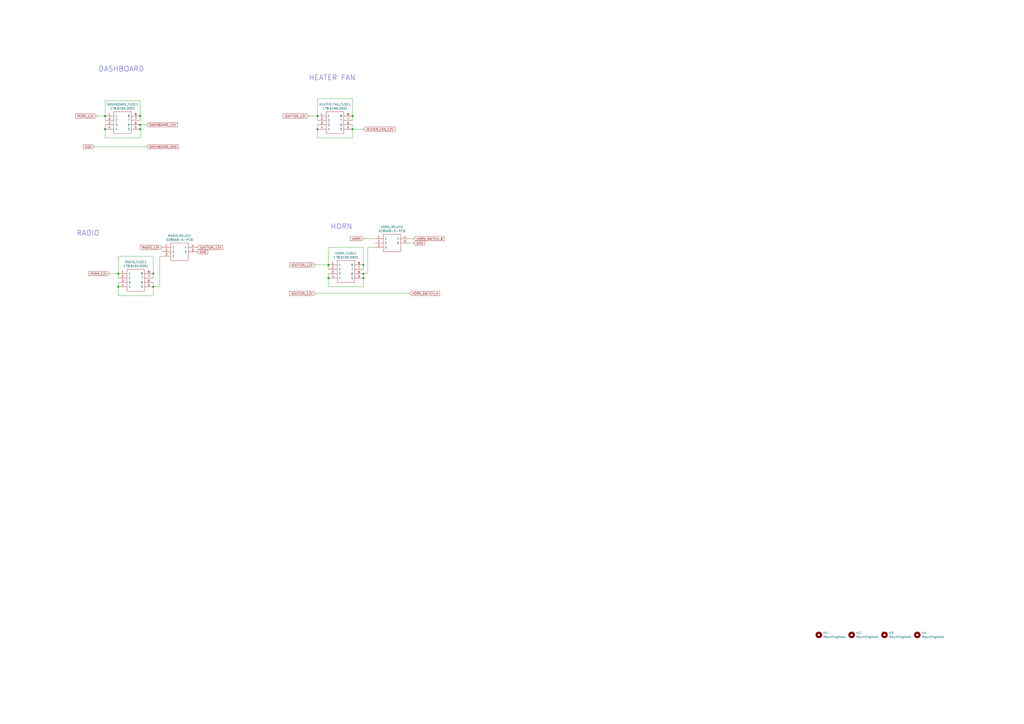
<source format=kicad_sch>
(kicad_sch (version 20211123) (generator eeschema)
  (paper "A2")
  (lib_symbols
    (symbol "Connector:178.6165.0001" (pin_names (offset 0.762))
      (property "Reference" "U" (at 16.51 7.62 0))
      (property "Value" "Connector_178.6165.0001" (at 16.51 5.08 0))
      (symbol "178.6165.0001_0_0"
        (pin passive line (at 0 0 0) (length 5.08) (name "1") (number "1"))
        (pin passive line (at 0 -2.54 0) (length 5.08) (name "2") (number "2"))
        (pin passive line (at 0 -5.08 0) (length 5.08) (name "3") (number "3"))
        (pin passive line (at 0 -7.62 0) (length 5.08) (name "4") (number "4"))
        (pin passive line (at 20.32 -7.62 180) (length 5.08) (name "5") (number "5"))
        (pin passive line (at 20.32 -5.08 180) (length 5.08) (name "6") (number "6"))
        (pin passive line (at 20.32 -2.54 180) (length 5.08) (name "7") (number "7"))
        (pin passive line (at 20.32 0 180) (length 5.08) (name "8") (number "8"))
      )
      (symbol "178.6165.0001_0_1"
        (polyline (pts (xy 5.08 2.54) (xy 15.24 2.54) (xy 15.24 -10.16) (xy 5.08 -10.16) (xy 5.08 2.54)) (stroke (width 0.1524)))
      )
    )
    (symbol "DZ85AB-5-PCB:DZ85AB-5-PCB" (pin_names (offset 0.762))
      (property "Reference" "J" (at 16.51 7.62 0))
      (property "Value" "DZ85AB-5-PCB_DZ85AB-5-PCB" (at 16.51 5.08 0))
      (symbol "DZ85AB-5-PCB_0_0"
        (pin passive line (at 0 0 0) (length 5.08) (name "1") (number "1"))
        (pin passive line (at 0 -2.54 0) (length 5.08) (name "2") (number "2"))
        (pin passive line (at 0 -5.08 0) (length 5.08) (name "3") (number "3"))
        (pin passive line (at 20.32 0 180) (length 5.08) (name "4") (number "4"))
        (pin passive line (at 20.32 -2.54 180) (length 5.08) (name "5") (number "5"))
      )
      (symbol "DZ85AB-5-PCB_0_1"
        (polyline (pts (xy 5.08 2.54) (xy 15.24 2.54) (xy 15.24 -7.62) (xy 5.08 -7.62) (xy 5.08 2.54)) (stroke (width 0.1524)))
      )
    )
    (symbol "Mechanical:MountingHole" (pin_names (offset 1.016))
      (property "Reference" "H" (at 0 5.08 0))
      (property "Value" "MountingHole" (at 0 3.175 0))
      (symbol "MountingHole_0_1"
        (circle (center 0 0) (radius 1.27) (stroke (width 1.27)))
      )
    )
  )
  (junction (at 88.9 158.75))
  (junction (at 81.28 74.93))
  (junction (at 184.15 67.31))
  (junction (at 190.5 153.67))
  (junction (at 81.28 72.39))
  (junction (at 204.47 67.31))
  (junction (at 60.96 67.31))
  (junction (at 190.5 161.29))
  (junction (at 68.58 158.75))
  (junction (at 68.58 166.37))
  (junction (at 210.82 153.67))
  (junction (at 88.9 166.37))
  (junction (at 204.47 74.93))
  (junction (at 184.15 74.93))
  (junction (at 210.82 161.29))
  (junction (at 60.96 74.93))
  (junction (at 81.28 67.31))
  (junction (at 210.82 158.75))
  (wire (pts (xy 237.49 138.43) (xy 240.03 138.43)))
  (wire (pts (xy 85.09 85.09) (xy 54.61 85.09)))
  (wire (pts (xy 63.5 158.75) (xy 68.58 158.75)))
  (wire (pts (xy 88.9 166.37) (xy 92.71 166.37)))
  (wire (pts (xy 190.5 161.29) (xy 190.5 166.37)))
  (wire (pts (xy 60.96 72.39) (xy 60.96 74.93)))
  (wire (pts (xy 60.96 80.01) (xy 81.28 80.01)))
  (wire (pts (xy 60.96 74.93) (xy 60.96 80.01)))
  (wire (pts (xy 184.15 69.85) (xy 184.15 67.31)))
  (wire (pts (xy 210.82 166.37) (xy 210.82 161.29)))
  (wire (pts (xy 60.96 58.42) (xy 81.28 58.42)))
  (wire (pts (xy 55.88 67.31) (xy 60.96 67.31)))
  (wire (pts (xy 88.9 171.45) (xy 88.9 166.37)))
  (wire (pts (xy 93.98 148.59) (xy 92.71 148.59)))
  (wire (pts (xy 60.96 67.31) (xy 60.96 58.42)))
  (wire (pts (xy 179.07 67.31) (xy 184.15 67.31)))
  (wire (pts (xy 184.15 80.01) (xy 204.47 80.01)))
  (wire (pts (xy 81.28 80.01) (xy 81.28 74.93)))
  (wire (pts (xy 204.47 57.15) (xy 204.47 67.31)))
  (wire (pts (xy 213.36 143.51) (xy 217.17 143.51)))
  (wire (pts (xy 204.47 74.93) (xy 204.47 72.39)))
  (wire (pts (xy 68.58 158.75) (xy 68.58 148.59)))
  (wire (pts (xy 68.58 161.29) (xy 68.58 158.75)))
  (wire (pts (xy 68.58 166.37) (xy 68.58 171.45)))
  (wire (pts (xy 88.9 158.75) (xy 88.9 161.29)))
  (wire (pts (xy 190.5 153.67) (xy 190.5 143.51)))
  (wire (pts (xy 213.36 158.75) (xy 213.36 143.51)))
  (wire (pts (xy 81.28 74.93) (xy 81.28 72.39)))
  (wire (pts (xy 81.28 58.42) (xy 81.28 67.31)))
  (wire (pts (xy 184.15 67.31) (xy 184.15 57.15)))
  (wire (pts (xy 210.82 143.51) (xy 210.82 153.67)))
  (wire (pts (xy 184.15 72.39) (xy 184.15 74.93)))
  (wire (pts (xy 210.82 158.75) (xy 213.36 158.75)))
  (wire (pts (xy 204.47 74.93) (xy 210.82 74.93)))
  (wire (pts (xy 190.5 143.51) (xy 210.82 143.51)))
  (wire (pts (xy 182.88 153.67) (xy 190.5 153.67)))
  (wire (pts (xy 184.15 74.93) (xy 184.15 80.01)))
  (wire (pts (xy 184.15 57.15) (xy 204.47 57.15)))
  (wire (pts (xy 204.47 80.01) (xy 204.47 74.93)))
  (wire (pts (xy 210.82 138.43) (xy 217.17 138.43)))
  (wire (pts (xy 190.5 158.75) (xy 190.5 161.29)))
  (wire (pts (xy 68.58 148.59) (xy 88.9 148.59)))
  (wire (pts (xy 182.88 170.18) (xy 237.49 170.18)))
  (wire (pts (xy 60.96 69.85) (xy 60.96 67.31)))
  (wire (pts (xy 81.28 72.39) (xy 85.09 72.39)))
  (wire (pts (xy 88.9 166.37) (xy 88.9 163.83)))
  (wire (pts (xy 190.5 166.37) (xy 210.82 166.37)))
  (wire (pts (xy 190.5 156.21) (xy 190.5 153.67)))
  (wire (pts (xy 237.49 140.97) (xy 240.03 140.97)))
  (wire (pts (xy 88.9 148.59) (xy 88.9 158.75)))
  (wire (pts (xy 81.28 67.31) (xy 81.28 69.85)))
  (wire (pts (xy 210.82 156.21) (xy 210.82 153.67)))
  (wire (pts (xy 68.58 163.83) (xy 68.58 166.37)))
  (wire (pts (xy 68.58 171.45) (xy 88.9 171.45)))
  (wire (pts (xy 204.47 67.31) (xy 204.47 69.85)))
  (wire (pts (xy 210.82 161.29) (xy 210.82 158.75)))
  (wire (pts (xy 92.71 148.59) (xy 92.71 166.37)))
  (text "DASHBOARD" (at 57.15 41.91 0) (effects (font (size 2.9972 2.9972)) (justify left bottom)))
  (text "HORN" (at 191.77 133.35 0) (effects (font (size 2.9972 2.9972)) (justify left bottom)))
  (text "RADIO" (at 44.45 137.16 0) (effects (font (size 2.9972 2.9972)) (justify left bottom)))
  (text "HEATER FAN" (at 179.07 46.99 0) (effects (font (size 2.9972 2.9972)) (justify left bottom)))
  (global_label "IGNITION_12V" (shape input) (at 182.88 153.67 180) (property "Intersheet References" "${INTERSHEET_REFS}" (effects hide)))
  (global_label "GND" (shape input) (at 240.03 140.97 0) (property "Intersheet References" "${INTERSHEET_REFS}" (effects hide)))
  (global_label "PERM_12V" (shape input) (at 63.5 158.75 180) (property "Intersheet References" "${INTERSHEET_REFS}" (effects hide)))
  (global_label "IGNITION_12V" (shape input) (at 182.88 170.18 180) (property "Intersheet References" "${INTERSHEET_REFS}" (effects hide)))
  (global_label "HEATER_FAN_12V" (shape input) (at 210.82 74.93 0) (property "Intersheet References" "${INTERSHEET_REFS}" (effects hide)))
  (global_label "RADIO_12V" (shape input) (at 93.98 143.51 180) (property "Intersheet References" "${INTERSHEET_REFS}" (effects hide)))
  (global_label "PERM_12V" (shape input) (at 55.88 67.31 180) (property "Intersheet References" "${INTERSHEET_REFS}" (effects hide)))
  (global_label "HORN" (shape input) (at 210.82 138.43 180) (property "Intersheet References" "${INTERSHEET_REFS}" (effects hide)))
  (global_label "DASHBOARD_12V" (shape input) (at 85.09 72.39 0) (property "Intersheet References" "${INTERSHEET_REFS}" (effects hide)))
  (global_label "DASHBOARD_GND" (shape input) (at 85.09 85.09 0) (property "Intersheet References" "${INTERSHEET_REFS}" (effects hide)))
  (global_label "GND" (shape input) (at 54.61 85.09 180) (property "Intersheet References" "${INTERSHEET_REFS}" (effects hide)))
  (global_label "IGNITION_12V" (shape input) (at 179.07 67.31 180) (property "Intersheet References" "${INTERSHEET_REFS}" (effects hide)))
  (global_label "GND" (shape input) (at 114.3 146.05 0) (property "Intersheet References" "${INTERSHEET_REFS}" (effects hide)))
  (global_label "HORN_SWITCH_B" (shape input) (at 240.03 138.43 0) (property "Intersheet References" "${INTERSHEET_REFS}" (effects hide)))
  (global_label "IGNITION_12V" (shape input) (at 114.3 143.51 0) (property "Intersheet References" "${INTERSHEET_REFS}" (effects hide)))
  (global_label "HORN_SWITCH_A" (shape input) (at 237.49 170.18 0) (property "Intersheet References" "${INTERSHEET_REFS}" (effects hide)))
  (symbol (lib_id "Connector:178.6165.0001") (at 68.58 158.75 0) (unit 1)
    (property "Reference" "RADIO_FUSE1" (at 78.74 152.019 0))
    (property "Value" "178.6165.0001" (at 78.74 154.3304 0))
    (property "Footprint" "Socket:17861650001" (effects hide))
    (property "Datasheet" "https://www.mouser.com/datasheet/2/240/Littelfuse-Fuse-Holder-ATO-FLR-pcb-Datasheet-1317199.pdf" (effects hide))
    (property "Description" "FLR PCB FUSE HOLDER FOR ATO STYLE BLADE FUSE RATED 58V" (effects hide))
    (property "Height" "17.5" (effects hide))
    (property "Manufacturer_Name" "LITTELFUSE" (effects hide))
    (property "Manufacturer_Part_Number" "178.6165.0001" (effects hide))
    (property "Mouser Part Number" "576-178.6165.0001" (effects hide))
    (property "Mouser Price/Stock" "https://www.mouser.co.uk/ProductDetail/Littelfuse/17861650001?qs=CSLd874fYV1KI1oBGU5EQg%3D%3D" (effects hide))
    (property "Arrow Part Number" "178.6165.0001" (effects hide))
    (property "Arrow Price/Stock" "https://www.arrow.com/en/products/178.6165.0001/littelfuse" (effects hide))
  )
  (symbol (lib_id "Connector:178.6165.0001") (at 60.96 67.31 0) (unit 1)
    (property "Reference" "DASHBOARD_FUSE1" (at 71.12 60.579 0))
    (property "Value" "178.6165.0001" (at 71.12 62.8904 0))
    (property "Footprint" "Socket:17861650001" (effects hide))
    (property "Datasheet" "https://www.mouser.com/datasheet/2/240/Littelfuse-Fuse-Holder-ATO-FLR-pcb-Datasheet-1317199.pdf" (effects hide))
    (property "Description" "FLR PCB FUSE HOLDER FOR ATO STYLE BLADE FUSE RATED 58V" (effects hide))
    (property "Height" "17.5" (effects hide))
    (property "Manufacturer_Name" "LITTELFUSE" (effects hide))
    (property "Manufacturer_Part_Number" "178.6165.0001" (effects hide))
    (property "Mouser Part Number" "576-178.6165.0001" (effects hide))
    (property "Mouser Price/Stock" "https://www.mouser.co.uk/ProductDetail/Littelfuse/17861650001?qs=CSLd874fYV1KI1oBGU5EQg%3D%3D" (effects hide))
    (property "Arrow Part Number" "178.6165.0001" (effects hide))
    (property "Arrow Price/Stock" "https://www.arrow.com/en/products/178.6165.0001/littelfuse" (effects hide))
  )
  (symbol (lib_id "Connector:178.6165.0001") (at 190.5 153.67 0) (unit 1)
    (property "Reference" "HORN_FUSE1" (at 200.66 146.939 0))
    (property "Value" "178.6165.0001" (at 200.66 149.2504 0))
    (property "Footprint" "Socket:17861650001" (effects hide))
    (property "Datasheet" "https://www.mouser.com/datasheet/2/240/Littelfuse-Fuse-Holder-ATO-FLR-pcb-Datasheet-1317199.pdf" (effects hide))
    (property "Description" "FLR PCB FUSE HOLDER FOR ATO STYLE BLADE FUSE RATED 58V" (effects hide))
    (property "Height" "17.5" (effects hide))
    (property "Manufacturer_Name" "LITTELFUSE" (effects hide))
    (property "Manufacturer_Part_Number" "178.6165.0001" (effects hide))
    (property "Mouser Part Number" "576-178.6165.0001" (effects hide))
    (property "Mouser Price/Stock" "https://www.mouser.co.uk/ProductDetail/Littelfuse/17861650001?qs=CSLd874fYV1KI1oBGU5EQg%3D%3D" (effects hide))
    (property "Arrow Part Number" "178.6165.0001" (effects hide))
    (property "Arrow Price/Stock" "https://www.arrow.com/en/products/178.6165.0001/littelfuse" (effects hide))
  )
  (symbol (lib_id "DZ85AB-5-PCB:DZ85AB-5-PCB") (at 217.17 138.43 0) (unit 1)
    (property "Reference" "HORN_RELAY1" (at 227.33 131.699 0))
    (property "Value" "DZ85AB-5-PCB" (at 227.33 134.0104 0))
    (property "Footprint" "Socket:DZ85AB5PCB" (effects hide))
    (property "Datasheet" "https://componentsearchengine.com/Datasheets/2/DZ85AB-5-PCB.pdf" (effects hide))
    (property "Description" "Durakool 1 Pin Relay Socket, Plug In for use with Various Series" (effects hide))
    (property "Height" "14.5" (effects hide))
    (property "Manufacturer_Name" "DURAKOOL" (effects hide))
    (property "Manufacturer_Part_Number" "DZ85AB-5-PCB" (effects hide))
  )
  (symbol (lib_id "Connector:178.6165.0001") (at 184.15 67.31 0) (unit 1)
    (property "Reference" "HEATER_FAN_FUSE1" (at 194.31 60.579 0))
    (property "Value" "178.6165.0001" (at 194.31 62.8904 0))
    (property "Footprint" "Socket:17861650001" (effects hide))
    (property "Datasheet" "https://www.mouser.com/datasheet/2/240/Littelfuse-Fuse-Holder-ATO-FLR-pcb-Datasheet-1317199.pdf" (effects hide))
    (property "Description" "FLR PCB FUSE HOLDER FOR ATO STYLE BLADE FUSE RATED 58V" (effects hide))
    (property "Height" "17.5" (effects hide))
    (property "Manufacturer_Name" "LITTELFUSE" (effects hide))
    (property "Manufacturer_Part_Number" "178.6165.0001" (effects hide))
    (property "Mouser Part Number" "576-178.6165.0001" (effects hide))
    (property "Mouser Price/Stock" "https://www.mouser.co.uk/ProductDetail/Littelfuse/17861650001?qs=CSLd874fYV1KI1oBGU5EQg%3D%3D" (effects hide))
    (property "Arrow Part Number" "178.6165.0001" (effects hide))
    (property "Arrow Price/Stock" "https://www.arrow.com/en/products/178.6165.0001/littelfuse" (effects hide))
  )
  (symbol (lib_id "Mechanical:MountingHole") (at 474.98 368.3 0) (unit 1)
    (property "Reference" "H1" (at 477.52 367.1316 0) (effects (justify left)))
    (property "Value" "MountingHole" (at 477.52 369.443 0) (effects (justify left)))
    (property "Footprint" "MountingHole:MountingHole_3mm" (effects hide))
  )
  (symbol (lib_id "Mechanical:MountingHole") (at 494.03 368.3 0) (unit 1)
    (property "Reference" "H2" (at 496.57 367.1316 0) (effects (justify left)))
    (property "Value" "MountingHole" (at 496.57 369.443 0) (effects (justify left)))
    (property "Footprint" "MountingHole:MountingHole_3mm" (effects hide))
  )
  (symbol (lib_id "Mechanical:MountingHole") (at 532.13 368.3 0) (unit 1)
    (property "Reference" "H4" (at 534.67 367.1316 0) (effects (justify left)))
    (property "Value" "MountingHole" (at 534.67 369.443 0) (effects (justify left)))
    (property "Footprint" "MountingHole:MountingHole_3mm" (effects hide))
  )
  (symbol (lib_id "Mechanical:MountingHole") (at 513.08 368.3 0) (unit 1)
    (property "Reference" "H3" (at 515.62 367.1316 0) (effects (justify left)))
    (property "Value" "MountingHole" (at 515.62 369.443 0) (effects (justify left)))
    (property "Footprint" "MountingHole:MountingHole_3mm" (effects hide))
  )
  (symbol (lib_id "DZ85AB-5-PCB:DZ85AB-5-PCB") (at 93.98 143.51 0) (unit 1)
    (property "Reference" "RADIO_RELAY1" (at 104.14 136.779 0))
    (property "Value" "DZ85AB-5-PCB" (at 104.14 139.0904 0))
    (property "Footprint" "Socket:DZ85AB5PCB" (effects hide))
    (property "Datasheet" "https://componentsearchengine.com/Datasheets/2/DZ85AB-5-PCB.pdf" (effects hide))
    (property "Description" "Durakool 1 Pin Relay Socket, Plug In for use with Various Series" (effects hide))
    (property "Height" "14.5" (effects hide))
    (property "Manufacturer_Name" "DURAKOOL" (effects hide))
    (property "Manufacturer_Part_Number" "DZ85AB-5-PCB" (effects hide))
  )
)
</source>
